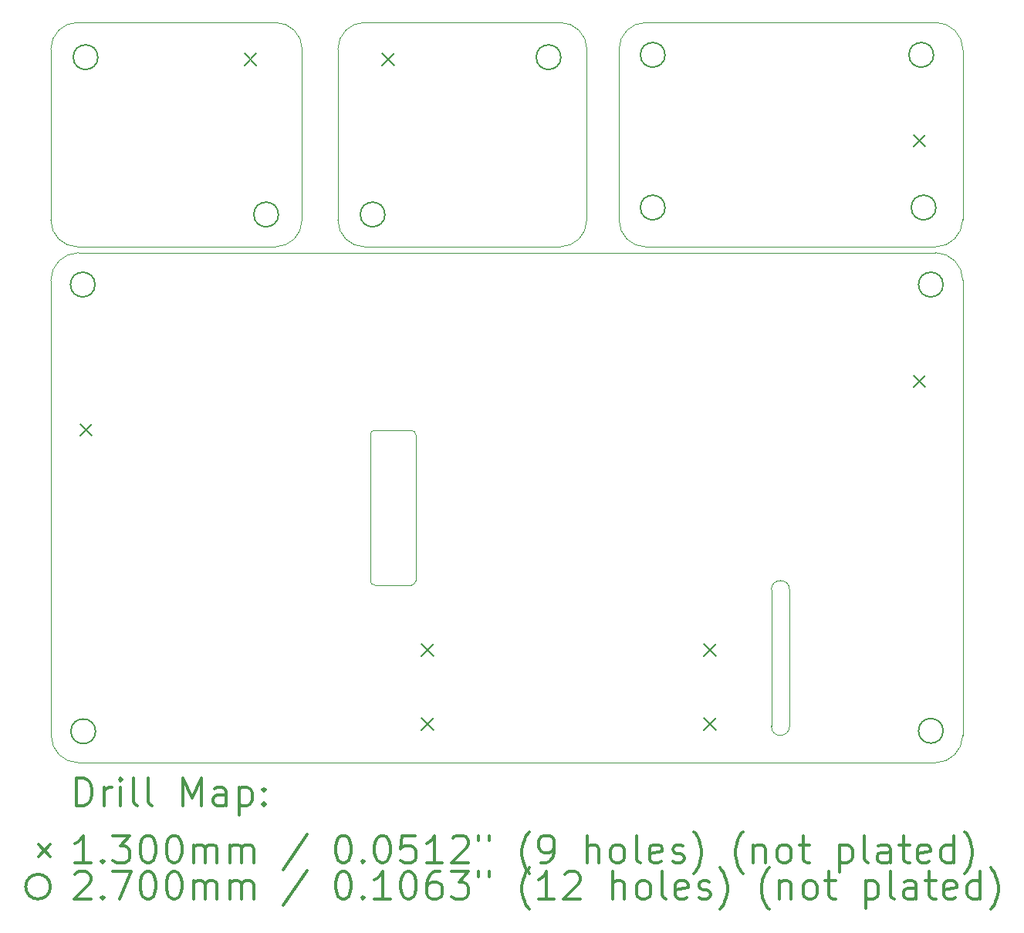
<source format=gbr>
%FSLAX45Y45*%
G04 Gerber Fmt 4.5, Leading zero omitted, Abs format (unit mm)*
G04 Created by KiCad (PCBNEW (5.1.10)-1) date 2021-06-27 18:35:32*
%MOMM*%
%LPD*%
G01*
G04 APERTURE LIST*
%TA.AperFunction,Profile*%
%ADD10C,0.100000*%
%TD*%
%ADD11C,0.200000*%
%ADD12C,0.300000*%
G04 APERTURE END LIST*
D10*
X18958600Y-6872000D02*
X16787200Y-6872000D01*
X22082800Y-6872000D02*
X19936800Y-6872000D01*
X26202400Y-6872000D02*
X23022600Y-6872000D01*
X18958600Y-9335800D02*
X16788000Y-9335800D01*
X22082800Y-9335800D02*
X19937600Y-9335800D01*
X26200000Y-9335800D02*
X23022600Y-9335800D01*
X26502400Y-7172000D02*
G75*
G03*
X26202400Y-6872000I-300000J0D01*
G01*
X26200000Y-9335800D02*
G75*
G03*
X26500000Y-9035800I0J300000D01*
G01*
X23022600Y-6872000D02*
G75*
G03*
X22730200Y-7165200I400J-292800D01*
G01*
X22730200Y-7165200D02*
X22729400Y-9043400D01*
X22729400Y-9043400D02*
G75*
G03*
X23022600Y-9335800I292800J400D01*
G01*
X22082800Y-9335800D02*
G75*
G03*
X22375200Y-9042600I-400J292800D01*
G01*
X22375200Y-9042600D02*
X22376000Y-7164400D01*
X22376000Y-7164400D02*
G75*
G03*
X22082800Y-6872000I-292800J-400D01*
G01*
X19644400Y-9043400D02*
X19644400Y-7165200D01*
X19936800Y-6872000D02*
G75*
G03*
X19644400Y-7165200I400J-292800D01*
G01*
X19251800Y-7164400D02*
G75*
G03*
X18958600Y-6872000I-292800J-400D01*
G01*
X19251000Y-9042600D02*
X19251800Y-7164400D01*
X18958600Y-9335800D02*
G75*
G03*
X19251000Y-9042600I-400J292800D01*
G01*
X19644400Y-9043400D02*
G75*
G03*
X19937600Y-9335800I292800J400D01*
G01*
X16787200Y-6872000D02*
G75*
G03*
X16494800Y-7165200I400J-292800D01*
G01*
X16494800Y-9043400D02*
G75*
G03*
X16788000Y-9335800I292800J400D01*
G01*
X26500000Y-9035800D02*
X26502400Y-7172000D01*
X16494800Y-9043400D02*
X16494800Y-7165200D01*
X20000087Y-11400000D02*
X20000087Y-13000000D01*
X24400000Y-14600000D02*
X24400000Y-13100000D01*
X24600000Y-13100000D02*
X24600000Y-14600000D01*
X24600000Y-13100000D02*
G75*
G03*
X24400000Y-13100000I-100000J0D01*
G01*
X24400000Y-14600000D02*
G75*
G03*
X24600000Y-14600000I100000J0D01*
G01*
X20050000Y-11350000D02*
G75*
G03*
X20000087Y-11400000I87J-50000D01*
G01*
X20450000Y-13050000D02*
G75*
G03*
X20500000Y-13000000I0J50000D01*
G01*
X20000000Y-13000000D02*
G75*
G03*
X20050000Y-13050000I50000J0D01*
G01*
X20500000Y-11400000D02*
G75*
G03*
X20450000Y-11350000I-50000J0D01*
G01*
X26500000Y-9700000D02*
G75*
G03*
X26200000Y-9400000I-300000J0D01*
G01*
X26200000Y-15000000D02*
G75*
G03*
X26500000Y-14700000I0J300000D01*
G01*
X16500000Y-14704800D02*
G75*
G03*
X16794800Y-15000000I295200J0D01*
G01*
X16800000Y-9400000D02*
G75*
G03*
X16494800Y-9705200I0J-305200D01*
G01*
X26200000Y-9400000D02*
X16800000Y-9400000D01*
X20450000Y-13050000D02*
X20050000Y-13050000D01*
X20500000Y-11400000D02*
X20500000Y-13000000D01*
X20050000Y-11350000D02*
X20450000Y-11350000D01*
X26500000Y-14700000D02*
X26500000Y-9700000D01*
X16794800Y-15000000D02*
X26200000Y-15000000D01*
X16494800Y-9705200D02*
X16500000Y-14704800D01*
D11*
X16817800Y-11279400D02*
X16947800Y-11409400D01*
X16947800Y-11279400D02*
X16817800Y-11409400D01*
X18621200Y-7211400D02*
X18751200Y-7341400D01*
X18751200Y-7211400D02*
X18621200Y-7341400D01*
X20131200Y-7211400D02*
X20261200Y-7341400D01*
X20261200Y-7211400D02*
X20131200Y-7341400D01*
X20564000Y-13697400D02*
X20694000Y-13827400D01*
X20694000Y-13697400D02*
X20564000Y-13827400D01*
X20564000Y-14510200D02*
X20694000Y-14640200D01*
X20694000Y-14510200D02*
X20564000Y-14640200D01*
X23662800Y-13697400D02*
X23792800Y-13827400D01*
X23792800Y-13697400D02*
X23662800Y-13827400D01*
X23662800Y-14510200D02*
X23792800Y-14640200D01*
X23792800Y-14510200D02*
X23662800Y-14640200D01*
X25961800Y-8104400D02*
X26091800Y-8234400D01*
X26091800Y-8104400D02*
X25961800Y-8234400D01*
X25961800Y-10746000D02*
X26091800Y-10876000D01*
X26091800Y-10746000D02*
X25961800Y-10876000D01*
X16979800Y-9750000D02*
G75*
G03*
X16979800Y-9750000I-135000J0D01*
G01*
X16985000Y-14654800D02*
G75*
G03*
X16985000Y-14654800I-135000J0D01*
G01*
X17010800Y-7253000D02*
G75*
G03*
X17010800Y-7253000I-135000J0D01*
G01*
X18992000Y-8980200D02*
G75*
G03*
X18992000Y-8980200I-135000J0D01*
G01*
X20160400Y-8980200D02*
G75*
G03*
X20160400Y-8980200I-135000J0D01*
G01*
X22090800Y-7253000D02*
G75*
G03*
X22090800Y-7253000I-135000J0D01*
G01*
X23233800Y-7227600D02*
G75*
G03*
X23233800Y-7227600I-135000J0D01*
G01*
X23233800Y-8904000D02*
G75*
G03*
X23233800Y-8904000I-135000J0D01*
G01*
X26180200Y-7227600D02*
G75*
G03*
X26180200Y-7227600I-135000J0D01*
G01*
X26205600Y-8904000D02*
G75*
G03*
X26205600Y-8904000I-135000J0D01*
G01*
X26285000Y-9750000D02*
G75*
G03*
X26285000Y-9750000I-135000J0D01*
G01*
X26285000Y-14650000D02*
G75*
G03*
X26285000Y-14650000I-135000J0D01*
G01*
D12*
X16776228Y-15470714D02*
X16776228Y-15170714D01*
X16847657Y-15170714D01*
X16890514Y-15185000D01*
X16919085Y-15213571D01*
X16933371Y-15242143D01*
X16947657Y-15299286D01*
X16947657Y-15342143D01*
X16933371Y-15399286D01*
X16919085Y-15427857D01*
X16890514Y-15456429D01*
X16847657Y-15470714D01*
X16776228Y-15470714D01*
X17076228Y-15470714D02*
X17076228Y-15270714D01*
X17076228Y-15327857D02*
X17090514Y-15299286D01*
X17104800Y-15285000D01*
X17133371Y-15270714D01*
X17161942Y-15270714D01*
X17261942Y-15470714D02*
X17261942Y-15270714D01*
X17261942Y-15170714D02*
X17247657Y-15185000D01*
X17261942Y-15199286D01*
X17276228Y-15185000D01*
X17261942Y-15170714D01*
X17261942Y-15199286D01*
X17447657Y-15470714D02*
X17419085Y-15456429D01*
X17404800Y-15427857D01*
X17404800Y-15170714D01*
X17604800Y-15470714D02*
X17576228Y-15456429D01*
X17561942Y-15427857D01*
X17561942Y-15170714D01*
X17947657Y-15470714D02*
X17947657Y-15170714D01*
X18047657Y-15385000D01*
X18147657Y-15170714D01*
X18147657Y-15470714D01*
X18419085Y-15470714D02*
X18419085Y-15313571D01*
X18404800Y-15285000D01*
X18376228Y-15270714D01*
X18319085Y-15270714D01*
X18290514Y-15285000D01*
X18419085Y-15456429D02*
X18390514Y-15470714D01*
X18319085Y-15470714D01*
X18290514Y-15456429D01*
X18276228Y-15427857D01*
X18276228Y-15399286D01*
X18290514Y-15370714D01*
X18319085Y-15356429D01*
X18390514Y-15356429D01*
X18419085Y-15342143D01*
X18561942Y-15270714D02*
X18561942Y-15570714D01*
X18561942Y-15285000D02*
X18590514Y-15270714D01*
X18647657Y-15270714D01*
X18676228Y-15285000D01*
X18690514Y-15299286D01*
X18704800Y-15327857D01*
X18704800Y-15413571D01*
X18690514Y-15442143D01*
X18676228Y-15456429D01*
X18647657Y-15470714D01*
X18590514Y-15470714D01*
X18561942Y-15456429D01*
X18833371Y-15442143D02*
X18847657Y-15456429D01*
X18833371Y-15470714D01*
X18819085Y-15456429D01*
X18833371Y-15442143D01*
X18833371Y-15470714D01*
X18833371Y-15285000D02*
X18847657Y-15299286D01*
X18833371Y-15313571D01*
X18819085Y-15299286D01*
X18833371Y-15285000D01*
X18833371Y-15313571D01*
X16359800Y-15900000D02*
X16489800Y-16030000D01*
X16489800Y-15900000D02*
X16359800Y-16030000D01*
X16933371Y-16100714D02*
X16761942Y-16100714D01*
X16847657Y-16100714D02*
X16847657Y-15800714D01*
X16819085Y-15843571D01*
X16790514Y-15872143D01*
X16761942Y-15886429D01*
X17061942Y-16072143D02*
X17076228Y-16086429D01*
X17061942Y-16100714D01*
X17047657Y-16086429D01*
X17061942Y-16072143D01*
X17061942Y-16100714D01*
X17176228Y-15800714D02*
X17361942Y-15800714D01*
X17261942Y-15915000D01*
X17304800Y-15915000D01*
X17333371Y-15929286D01*
X17347657Y-15943571D01*
X17361942Y-15972143D01*
X17361942Y-16043571D01*
X17347657Y-16072143D01*
X17333371Y-16086429D01*
X17304800Y-16100714D01*
X17219085Y-16100714D01*
X17190514Y-16086429D01*
X17176228Y-16072143D01*
X17547657Y-15800714D02*
X17576228Y-15800714D01*
X17604800Y-15815000D01*
X17619085Y-15829286D01*
X17633371Y-15857857D01*
X17647657Y-15915000D01*
X17647657Y-15986429D01*
X17633371Y-16043571D01*
X17619085Y-16072143D01*
X17604800Y-16086429D01*
X17576228Y-16100714D01*
X17547657Y-16100714D01*
X17519085Y-16086429D01*
X17504800Y-16072143D01*
X17490514Y-16043571D01*
X17476228Y-15986429D01*
X17476228Y-15915000D01*
X17490514Y-15857857D01*
X17504800Y-15829286D01*
X17519085Y-15815000D01*
X17547657Y-15800714D01*
X17833371Y-15800714D02*
X17861942Y-15800714D01*
X17890514Y-15815000D01*
X17904800Y-15829286D01*
X17919085Y-15857857D01*
X17933371Y-15915000D01*
X17933371Y-15986429D01*
X17919085Y-16043571D01*
X17904800Y-16072143D01*
X17890514Y-16086429D01*
X17861942Y-16100714D01*
X17833371Y-16100714D01*
X17804800Y-16086429D01*
X17790514Y-16072143D01*
X17776228Y-16043571D01*
X17761942Y-15986429D01*
X17761942Y-15915000D01*
X17776228Y-15857857D01*
X17790514Y-15829286D01*
X17804800Y-15815000D01*
X17833371Y-15800714D01*
X18061942Y-16100714D02*
X18061942Y-15900714D01*
X18061942Y-15929286D02*
X18076228Y-15915000D01*
X18104800Y-15900714D01*
X18147657Y-15900714D01*
X18176228Y-15915000D01*
X18190514Y-15943571D01*
X18190514Y-16100714D01*
X18190514Y-15943571D02*
X18204800Y-15915000D01*
X18233371Y-15900714D01*
X18276228Y-15900714D01*
X18304800Y-15915000D01*
X18319085Y-15943571D01*
X18319085Y-16100714D01*
X18461942Y-16100714D02*
X18461942Y-15900714D01*
X18461942Y-15929286D02*
X18476228Y-15915000D01*
X18504800Y-15900714D01*
X18547657Y-15900714D01*
X18576228Y-15915000D01*
X18590514Y-15943571D01*
X18590514Y-16100714D01*
X18590514Y-15943571D02*
X18604800Y-15915000D01*
X18633371Y-15900714D01*
X18676228Y-15900714D01*
X18704800Y-15915000D01*
X18719085Y-15943571D01*
X18719085Y-16100714D01*
X19304800Y-15786429D02*
X19047657Y-16172143D01*
X19690514Y-15800714D02*
X19719085Y-15800714D01*
X19747657Y-15815000D01*
X19761942Y-15829286D01*
X19776228Y-15857857D01*
X19790514Y-15915000D01*
X19790514Y-15986429D01*
X19776228Y-16043571D01*
X19761942Y-16072143D01*
X19747657Y-16086429D01*
X19719085Y-16100714D01*
X19690514Y-16100714D01*
X19661942Y-16086429D01*
X19647657Y-16072143D01*
X19633371Y-16043571D01*
X19619085Y-15986429D01*
X19619085Y-15915000D01*
X19633371Y-15857857D01*
X19647657Y-15829286D01*
X19661942Y-15815000D01*
X19690514Y-15800714D01*
X19919085Y-16072143D02*
X19933371Y-16086429D01*
X19919085Y-16100714D01*
X19904800Y-16086429D01*
X19919085Y-16072143D01*
X19919085Y-16100714D01*
X20119085Y-15800714D02*
X20147657Y-15800714D01*
X20176228Y-15815000D01*
X20190514Y-15829286D01*
X20204800Y-15857857D01*
X20219085Y-15915000D01*
X20219085Y-15986429D01*
X20204800Y-16043571D01*
X20190514Y-16072143D01*
X20176228Y-16086429D01*
X20147657Y-16100714D01*
X20119085Y-16100714D01*
X20090514Y-16086429D01*
X20076228Y-16072143D01*
X20061942Y-16043571D01*
X20047657Y-15986429D01*
X20047657Y-15915000D01*
X20061942Y-15857857D01*
X20076228Y-15829286D01*
X20090514Y-15815000D01*
X20119085Y-15800714D01*
X20490514Y-15800714D02*
X20347657Y-15800714D01*
X20333371Y-15943571D01*
X20347657Y-15929286D01*
X20376228Y-15915000D01*
X20447657Y-15915000D01*
X20476228Y-15929286D01*
X20490514Y-15943571D01*
X20504800Y-15972143D01*
X20504800Y-16043571D01*
X20490514Y-16072143D01*
X20476228Y-16086429D01*
X20447657Y-16100714D01*
X20376228Y-16100714D01*
X20347657Y-16086429D01*
X20333371Y-16072143D01*
X20790514Y-16100714D02*
X20619085Y-16100714D01*
X20704800Y-16100714D02*
X20704800Y-15800714D01*
X20676228Y-15843571D01*
X20647657Y-15872143D01*
X20619085Y-15886429D01*
X20904800Y-15829286D02*
X20919085Y-15815000D01*
X20947657Y-15800714D01*
X21019085Y-15800714D01*
X21047657Y-15815000D01*
X21061942Y-15829286D01*
X21076228Y-15857857D01*
X21076228Y-15886429D01*
X21061942Y-15929286D01*
X20890514Y-16100714D01*
X21076228Y-16100714D01*
X21190514Y-15800714D02*
X21190514Y-15857857D01*
X21304800Y-15800714D02*
X21304800Y-15857857D01*
X21747657Y-16215000D02*
X21733371Y-16200714D01*
X21704800Y-16157857D01*
X21690514Y-16129286D01*
X21676228Y-16086429D01*
X21661942Y-16015000D01*
X21661942Y-15957857D01*
X21676228Y-15886429D01*
X21690514Y-15843571D01*
X21704800Y-15815000D01*
X21733371Y-15772143D01*
X21747657Y-15757857D01*
X21876228Y-16100714D02*
X21933371Y-16100714D01*
X21961942Y-16086429D01*
X21976228Y-16072143D01*
X22004800Y-16029286D01*
X22019085Y-15972143D01*
X22019085Y-15857857D01*
X22004800Y-15829286D01*
X21990514Y-15815000D01*
X21961942Y-15800714D01*
X21904800Y-15800714D01*
X21876228Y-15815000D01*
X21861942Y-15829286D01*
X21847657Y-15857857D01*
X21847657Y-15929286D01*
X21861942Y-15957857D01*
X21876228Y-15972143D01*
X21904800Y-15986429D01*
X21961942Y-15986429D01*
X21990514Y-15972143D01*
X22004800Y-15957857D01*
X22019085Y-15929286D01*
X22376228Y-16100714D02*
X22376228Y-15800714D01*
X22504800Y-16100714D02*
X22504800Y-15943571D01*
X22490514Y-15915000D01*
X22461942Y-15900714D01*
X22419085Y-15900714D01*
X22390514Y-15915000D01*
X22376228Y-15929286D01*
X22690514Y-16100714D02*
X22661942Y-16086429D01*
X22647657Y-16072143D01*
X22633371Y-16043571D01*
X22633371Y-15957857D01*
X22647657Y-15929286D01*
X22661942Y-15915000D01*
X22690514Y-15900714D01*
X22733371Y-15900714D01*
X22761942Y-15915000D01*
X22776228Y-15929286D01*
X22790514Y-15957857D01*
X22790514Y-16043571D01*
X22776228Y-16072143D01*
X22761942Y-16086429D01*
X22733371Y-16100714D01*
X22690514Y-16100714D01*
X22961942Y-16100714D02*
X22933371Y-16086429D01*
X22919085Y-16057857D01*
X22919085Y-15800714D01*
X23190514Y-16086429D02*
X23161942Y-16100714D01*
X23104800Y-16100714D01*
X23076228Y-16086429D01*
X23061942Y-16057857D01*
X23061942Y-15943571D01*
X23076228Y-15915000D01*
X23104800Y-15900714D01*
X23161942Y-15900714D01*
X23190514Y-15915000D01*
X23204800Y-15943571D01*
X23204800Y-15972143D01*
X23061942Y-16000714D01*
X23319085Y-16086429D02*
X23347657Y-16100714D01*
X23404800Y-16100714D01*
X23433371Y-16086429D01*
X23447657Y-16057857D01*
X23447657Y-16043571D01*
X23433371Y-16015000D01*
X23404800Y-16000714D01*
X23361942Y-16000714D01*
X23333371Y-15986429D01*
X23319085Y-15957857D01*
X23319085Y-15943571D01*
X23333371Y-15915000D01*
X23361942Y-15900714D01*
X23404800Y-15900714D01*
X23433371Y-15915000D01*
X23547657Y-16215000D02*
X23561942Y-16200714D01*
X23590514Y-16157857D01*
X23604800Y-16129286D01*
X23619085Y-16086429D01*
X23633371Y-16015000D01*
X23633371Y-15957857D01*
X23619085Y-15886429D01*
X23604800Y-15843571D01*
X23590514Y-15815000D01*
X23561942Y-15772143D01*
X23547657Y-15757857D01*
X24090514Y-16215000D02*
X24076228Y-16200714D01*
X24047657Y-16157857D01*
X24033371Y-16129286D01*
X24019085Y-16086429D01*
X24004800Y-16015000D01*
X24004800Y-15957857D01*
X24019085Y-15886429D01*
X24033371Y-15843571D01*
X24047657Y-15815000D01*
X24076228Y-15772143D01*
X24090514Y-15757857D01*
X24204800Y-15900714D02*
X24204800Y-16100714D01*
X24204800Y-15929286D02*
X24219085Y-15915000D01*
X24247657Y-15900714D01*
X24290514Y-15900714D01*
X24319085Y-15915000D01*
X24333371Y-15943571D01*
X24333371Y-16100714D01*
X24519085Y-16100714D02*
X24490514Y-16086429D01*
X24476228Y-16072143D01*
X24461942Y-16043571D01*
X24461942Y-15957857D01*
X24476228Y-15929286D01*
X24490514Y-15915000D01*
X24519085Y-15900714D01*
X24561942Y-15900714D01*
X24590514Y-15915000D01*
X24604800Y-15929286D01*
X24619085Y-15957857D01*
X24619085Y-16043571D01*
X24604800Y-16072143D01*
X24590514Y-16086429D01*
X24561942Y-16100714D01*
X24519085Y-16100714D01*
X24704800Y-15900714D02*
X24819085Y-15900714D01*
X24747657Y-15800714D02*
X24747657Y-16057857D01*
X24761942Y-16086429D01*
X24790514Y-16100714D01*
X24819085Y-16100714D01*
X25147657Y-15900714D02*
X25147657Y-16200714D01*
X25147657Y-15915000D02*
X25176228Y-15900714D01*
X25233371Y-15900714D01*
X25261942Y-15915000D01*
X25276228Y-15929286D01*
X25290514Y-15957857D01*
X25290514Y-16043571D01*
X25276228Y-16072143D01*
X25261942Y-16086429D01*
X25233371Y-16100714D01*
X25176228Y-16100714D01*
X25147657Y-16086429D01*
X25461942Y-16100714D02*
X25433371Y-16086429D01*
X25419085Y-16057857D01*
X25419085Y-15800714D01*
X25704800Y-16100714D02*
X25704800Y-15943571D01*
X25690514Y-15915000D01*
X25661942Y-15900714D01*
X25604800Y-15900714D01*
X25576228Y-15915000D01*
X25704800Y-16086429D02*
X25676228Y-16100714D01*
X25604800Y-16100714D01*
X25576228Y-16086429D01*
X25561942Y-16057857D01*
X25561942Y-16029286D01*
X25576228Y-16000714D01*
X25604800Y-15986429D01*
X25676228Y-15986429D01*
X25704800Y-15972143D01*
X25804800Y-15900714D02*
X25919085Y-15900714D01*
X25847657Y-15800714D02*
X25847657Y-16057857D01*
X25861942Y-16086429D01*
X25890514Y-16100714D01*
X25919085Y-16100714D01*
X26133371Y-16086429D02*
X26104800Y-16100714D01*
X26047657Y-16100714D01*
X26019085Y-16086429D01*
X26004800Y-16057857D01*
X26004800Y-15943571D01*
X26019085Y-15915000D01*
X26047657Y-15900714D01*
X26104800Y-15900714D01*
X26133371Y-15915000D01*
X26147657Y-15943571D01*
X26147657Y-15972143D01*
X26004800Y-16000714D01*
X26404800Y-16100714D02*
X26404800Y-15800714D01*
X26404800Y-16086429D02*
X26376228Y-16100714D01*
X26319085Y-16100714D01*
X26290514Y-16086429D01*
X26276228Y-16072143D01*
X26261942Y-16043571D01*
X26261942Y-15957857D01*
X26276228Y-15929286D01*
X26290514Y-15915000D01*
X26319085Y-15900714D01*
X26376228Y-15900714D01*
X26404800Y-15915000D01*
X26519085Y-16215000D02*
X26533371Y-16200714D01*
X26561942Y-16157857D01*
X26576228Y-16129286D01*
X26590514Y-16086429D01*
X26604800Y-16015000D01*
X26604800Y-15957857D01*
X26590514Y-15886429D01*
X26576228Y-15843571D01*
X26561942Y-15815000D01*
X26533371Y-15772143D01*
X26519085Y-15757857D01*
X16489800Y-16361000D02*
G75*
G03*
X16489800Y-16361000I-135000J0D01*
G01*
X16761942Y-16225286D02*
X16776228Y-16211000D01*
X16804800Y-16196714D01*
X16876228Y-16196714D01*
X16904800Y-16211000D01*
X16919085Y-16225286D01*
X16933371Y-16253857D01*
X16933371Y-16282429D01*
X16919085Y-16325286D01*
X16747657Y-16496714D01*
X16933371Y-16496714D01*
X17061942Y-16468143D02*
X17076228Y-16482429D01*
X17061942Y-16496714D01*
X17047657Y-16482429D01*
X17061942Y-16468143D01*
X17061942Y-16496714D01*
X17176228Y-16196714D02*
X17376228Y-16196714D01*
X17247657Y-16496714D01*
X17547657Y-16196714D02*
X17576228Y-16196714D01*
X17604800Y-16211000D01*
X17619085Y-16225286D01*
X17633371Y-16253857D01*
X17647657Y-16311000D01*
X17647657Y-16382429D01*
X17633371Y-16439571D01*
X17619085Y-16468143D01*
X17604800Y-16482429D01*
X17576228Y-16496714D01*
X17547657Y-16496714D01*
X17519085Y-16482429D01*
X17504800Y-16468143D01*
X17490514Y-16439571D01*
X17476228Y-16382429D01*
X17476228Y-16311000D01*
X17490514Y-16253857D01*
X17504800Y-16225286D01*
X17519085Y-16211000D01*
X17547657Y-16196714D01*
X17833371Y-16196714D02*
X17861942Y-16196714D01*
X17890514Y-16211000D01*
X17904800Y-16225286D01*
X17919085Y-16253857D01*
X17933371Y-16311000D01*
X17933371Y-16382429D01*
X17919085Y-16439571D01*
X17904800Y-16468143D01*
X17890514Y-16482429D01*
X17861942Y-16496714D01*
X17833371Y-16496714D01*
X17804800Y-16482429D01*
X17790514Y-16468143D01*
X17776228Y-16439571D01*
X17761942Y-16382429D01*
X17761942Y-16311000D01*
X17776228Y-16253857D01*
X17790514Y-16225286D01*
X17804800Y-16211000D01*
X17833371Y-16196714D01*
X18061942Y-16496714D02*
X18061942Y-16296714D01*
X18061942Y-16325286D02*
X18076228Y-16311000D01*
X18104800Y-16296714D01*
X18147657Y-16296714D01*
X18176228Y-16311000D01*
X18190514Y-16339571D01*
X18190514Y-16496714D01*
X18190514Y-16339571D02*
X18204800Y-16311000D01*
X18233371Y-16296714D01*
X18276228Y-16296714D01*
X18304800Y-16311000D01*
X18319085Y-16339571D01*
X18319085Y-16496714D01*
X18461942Y-16496714D02*
X18461942Y-16296714D01*
X18461942Y-16325286D02*
X18476228Y-16311000D01*
X18504800Y-16296714D01*
X18547657Y-16296714D01*
X18576228Y-16311000D01*
X18590514Y-16339571D01*
X18590514Y-16496714D01*
X18590514Y-16339571D02*
X18604800Y-16311000D01*
X18633371Y-16296714D01*
X18676228Y-16296714D01*
X18704800Y-16311000D01*
X18719085Y-16339571D01*
X18719085Y-16496714D01*
X19304800Y-16182429D02*
X19047657Y-16568143D01*
X19690514Y-16196714D02*
X19719085Y-16196714D01*
X19747657Y-16211000D01*
X19761942Y-16225286D01*
X19776228Y-16253857D01*
X19790514Y-16311000D01*
X19790514Y-16382429D01*
X19776228Y-16439571D01*
X19761942Y-16468143D01*
X19747657Y-16482429D01*
X19719085Y-16496714D01*
X19690514Y-16496714D01*
X19661942Y-16482429D01*
X19647657Y-16468143D01*
X19633371Y-16439571D01*
X19619085Y-16382429D01*
X19619085Y-16311000D01*
X19633371Y-16253857D01*
X19647657Y-16225286D01*
X19661942Y-16211000D01*
X19690514Y-16196714D01*
X19919085Y-16468143D02*
X19933371Y-16482429D01*
X19919085Y-16496714D01*
X19904800Y-16482429D01*
X19919085Y-16468143D01*
X19919085Y-16496714D01*
X20219085Y-16496714D02*
X20047657Y-16496714D01*
X20133371Y-16496714D02*
X20133371Y-16196714D01*
X20104800Y-16239571D01*
X20076228Y-16268143D01*
X20047657Y-16282429D01*
X20404800Y-16196714D02*
X20433371Y-16196714D01*
X20461942Y-16211000D01*
X20476228Y-16225286D01*
X20490514Y-16253857D01*
X20504800Y-16311000D01*
X20504800Y-16382429D01*
X20490514Y-16439571D01*
X20476228Y-16468143D01*
X20461942Y-16482429D01*
X20433371Y-16496714D01*
X20404800Y-16496714D01*
X20376228Y-16482429D01*
X20361942Y-16468143D01*
X20347657Y-16439571D01*
X20333371Y-16382429D01*
X20333371Y-16311000D01*
X20347657Y-16253857D01*
X20361942Y-16225286D01*
X20376228Y-16211000D01*
X20404800Y-16196714D01*
X20761942Y-16196714D02*
X20704800Y-16196714D01*
X20676228Y-16211000D01*
X20661942Y-16225286D01*
X20633371Y-16268143D01*
X20619085Y-16325286D01*
X20619085Y-16439571D01*
X20633371Y-16468143D01*
X20647657Y-16482429D01*
X20676228Y-16496714D01*
X20733371Y-16496714D01*
X20761942Y-16482429D01*
X20776228Y-16468143D01*
X20790514Y-16439571D01*
X20790514Y-16368143D01*
X20776228Y-16339571D01*
X20761942Y-16325286D01*
X20733371Y-16311000D01*
X20676228Y-16311000D01*
X20647657Y-16325286D01*
X20633371Y-16339571D01*
X20619085Y-16368143D01*
X20890514Y-16196714D02*
X21076228Y-16196714D01*
X20976228Y-16311000D01*
X21019085Y-16311000D01*
X21047657Y-16325286D01*
X21061942Y-16339571D01*
X21076228Y-16368143D01*
X21076228Y-16439571D01*
X21061942Y-16468143D01*
X21047657Y-16482429D01*
X21019085Y-16496714D01*
X20933371Y-16496714D01*
X20904800Y-16482429D01*
X20890514Y-16468143D01*
X21190514Y-16196714D02*
X21190514Y-16253857D01*
X21304800Y-16196714D02*
X21304800Y-16253857D01*
X21747657Y-16611000D02*
X21733371Y-16596714D01*
X21704800Y-16553857D01*
X21690514Y-16525286D01*
X21676228Y-16482429D01*
X21661942Y-16411000D01*
X21661942Y-16353857D01*
X21676228Y-16282429D01*
X21690514Y-16239571D01*
X21704800Y-16211000D01*
X21733371Y-16168143D01*
X21747657Y-16153857D01*
X22019085Y-16496714D02*
X21847657Y-16496714D01*
X21933371Y-16496714D02*
X21933371Y-16196714D01*
X21904800Y-16239571D01*
X21876228Y-16268143D01*
X21847657Y-16282429D01*
X22133371Y-16225286D02*
X22147657Y-16211000D01*
X22176228Y-16196714D01*
X22247657Y-16196714D01*
X22276228Y-16211000D01*
X22290514Y-16225286D01*
X22304800Y-16253857D01*
X22304800Y-16282429D01*
X22290514Y-16325286D01*
X22119085Y-16496714D01*
X22304800Y-16496714D01*
X22661942Y-16496714D02*
X22661942Y-16196714D01*
X22790514Y-16496714D02*
X22790514Y-16339571D01*
X22776228Y-16311000D01*
X22747657Y-16296714D01*
X22704800Y-16296714D01*
X22676228Y-16311000D01*
X22661942Y-16325286D01*
X22976228Y-16496714D02*
X22947657Y-16482429D01*
X22933371Y-16468143D01*
X22919085Y-16439571D01*
X22919085Y-16353857D01*
X22933371Y-16325286D01*
X22947657Y-16311000D01*
X22976228Y-16296714D01*
X23019085Y-16296714D01*
X23047657Y-16311000D01*
X23061942Y-16325286D01*
X23076228Y-16353857D01*
X23076228Y-16439571D01*
X23061942Y-16468143D01*
X23047657Y-16482429D01*
X23019085Y-16496714D01*
X22976228Y-16496714D01*
X23247657Y-16496714D02*
X23219085Y-16482429D01*
X23204800Y-16453857D01*
X23204800Y-16196714D01*
X23476228Y-16482429D02*
X23447657Y-16496714D01*
X23390514Y-16496714D01*
X23361942Y-16482429D01*
X23347657Y-16453857D01*
X23347657Y-16339571D01*
X23361942Y-16311000D01*
X23390514Y-16296714D01*
X23447657Y-16296714D01*
X23476228Y-16311000D01*
X23490514Y-16339571D01*
X23490514Y-16368143D01*
X23347657Y-16396714D01*
X23604800Y-16482429D02*
X23633371Y-16496714D01*
X23690514Y-16496714D01*
X23719085Y-16482429D01*
X23733371Y-16453857D01*
X23733371Y-16439571D01*
X23719085Y-16411000D01*
X23690514Y-16396714D01*
X23647657Y-16396714D01*
X23619085Y-16382429D01*
X23604800Y-16353857D01*
X23604800Y-16339571D01*
X23619085Y-16311000D01*
X23647657Y-16296714D01*
X23690514Y-16296714D01*
X23719085Y-16311000D01*
X23833371Y-16611000D02*
X23847657Y-16596714D01*
X23876228Y-16553857D01*
X23890514Y-16525286D01*
X23904800Y-16482429D01*
X23919085Y-16411000D01*
X23919085Y-16353857D01*
X23904800Y-16282429D01*
X23890514Y-16239571D01*
X23876228Y-16211000D01*
X23847657Y-16168143D01*
X23833371Y-16153857D01*
X24376228Y-16611000D02*
X24361942Y-16596714D01*
X24333371Y-16553857D01*
X24319085Y-16525286D01*
X24304800Y-16482429D01*
X24290514Y-16411000D01*
X24290514Y-16353857D01*
X24304800Y-16282429D01*
X24319085Y-16239571D01*
X24333371Y-16211000D01*
X24361942Y-16168143D01*
X24376228Y-16153857D01*
X24490514Y-16296714D02*
X24490514Y-16496714D01*
X24490514Y-16325286D02*
X24504800Y-16311000D01*
X24533371Y-16296714D01*
X24576228Y-16296714D01*
X24604800Y-16311000D01*
X24619085Y-16339571D01*
X24619085Y-16496714D01*
X24804800Y-16496714D02*
X24776228Y-16482429D01*
X24761942Y-16468143D01*
X24747657Y-16439571D01*
X24747657Y-16353857D01*
X24761942Y-16325286D01*
X24776228Y-16311000D01*
X24804800Y-16296714D01*
X24847657Y-16296714D01*
X24876228Y-16311000D01*
X24890514Y-16325286D01*
X24904800Y-16353857D01*
X24904800Y-16439571D01*
X24890514Y-16468143D01*
X24876228Y-16482429D01*
X24847657Y-16496714D01*
X24804800Y-16496714D01*
X24990514Y-16296714D02*
X25104800Y-16296714D01*
X25033371Y-16196714D02*
X25033371Y-16453857D01*
X25047657Y-16482429D01*
X25076228Y-16496714D01*
X25104800Y-16496714D01*
X25433371Y-16296714D02*
X25433371Y-16596714D01*
X25433371Y-16311000D02*
X25461942Y-16296714D01*
X25519085Y-16296714D01*
X25547657Y-16311000D01*
X25561942Y-16325286D01*
X25576228Y-16353857D01*
X25576228Y-16439571D01*
X25561942Y-16468143D01*
X25547657Y-16482429D01*
X25519085Y-16496714D01*
X25461942Y-16496714D01*
X25433371Y-16482429D01*
X25747657Y-16496714D02*
X25719085Y-16482429D01*
X25704800Y-16453857D01*
X25704800Y-16196714D01*
X25990514Y-16496714D02*
X25990514Y-16339571D01*
X25976228Y-16311000D01*
X25947657Y-16296714D01*
X25890514Y-16296714D01*
X25861942Y-16311000D01*
X25990514Y-16482429D02*
X25961942Y-16496714D01*
X25890514Y-16496714D01*
X25861942Y-16482429D01*
X25847657Y-16453857D01*
X25847657Y-16425286D01*
X25861942Y-16396714D01*
X25890514Y-16382429D01*
X25961942Y-16382429D01*
X25990514Y-16368143D01*
X26090514Y-16296714D02*
X26204800Y-16296714D01*
X26133371Y-16196714D02*
X26133371Y-16453857D01*
X26147657Y-16482429D01*
X26176228Y-16496714D01*
X26204800Y-16496714D01*
X26419085Y-16482429D02*
X26390514Y-16496714D01*
X26333371Y-16496714D01*
X26304800Y-16482429D01*
X26290514Y-16453857D01*
X26290514Y-16339571D01*
X26304800Y-16311000D01*
X26333371Y-16296714D01*
X26390514Y-16296714D01*
X26419085Y-16311000D01*
X26433371Y-16339571D01*
X26433371Y-16368143D01*
X26290514Y-16396714D01*
X26690514Y-16496714D02*
X26690514Y-16196714D01*
X26690514Y-16482429D02*
X26661942Y-16496714D01*
X26604800Y-16496714D01*
X26576228Y-16482429D01*
X26561942Y-16468143D01*
X26547657Y-16439571D01*
X26547657Y-16353857D01*
X26561942Y-16325286D01*
X26576228Y-16311000D01*
X26604800Y-16296714D01*
X26661942Y-16296714D01*
X26690514Y-16311000D01*
X26804800Y-16611000D02*
X26819085Y-16596714D01*
X26847657Y-16553857D01*
X26861942Y-16525286D01*
X26876228Y-16482429D01*
X26890514Y-16411000D01*
X26890514Y-16353857D01*
X26876228Y-16282429D01*
X26861942Y-16239571D01*
X26847657Y-16211000D01*
X26819085Y-16168143D01*
X26804800Y-16153857D01*
M02*

</source>
